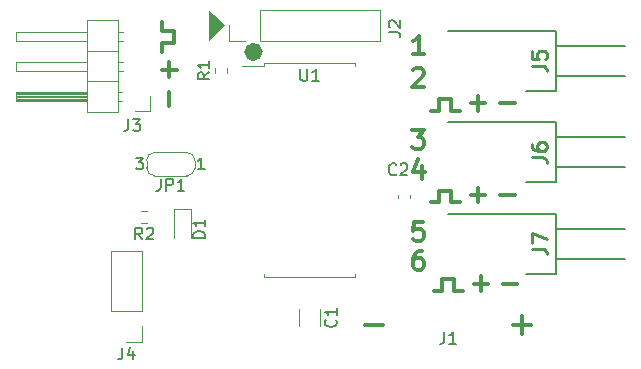
<source format=gbr>
G04 #@! TF.GenerationSoftware,KiCad,Pcbnew,(5.1.8)-1*
G04 #@! TF.CreationDate,2021-08-22T18:59:02-06:00*
G04 #@! TF.ProjectId,LED-Controller,4c45442d-436f-46e7-9472-6f6c6c65722e,rev?*
G04 #@! TF.SameCoordinates,Original*
G04 #@! TF.FileFunction,Legend,Top*
G04 #@! TF.FilePolarity,Positive*
%FSLAX46Y46*%
G04 Gerber Fmt 4.6, Leading zero omitted, Abs format (unit mm)*
G04 Created by KiCad (PCBNEW (5.1.8)-1) date 2021-08-22 18:59:02*
%MOMM*%
%LPD*%
G01*
G04 APERTURE LIST*
%ADD10C,0.300000*%
%ADD11C,0.750000*%
%ADD12C,0.100000*%
%ADD13C,0.200000*%
%ADD14C,0.120000*%
%ADD15C,0.254000*%
%ADD16C,0.150000*%
G04 APERTURE END LIST*
D10*
X146554761Y-90873809D02*
X146250000Y-90873809D01*
X146097619Y-90950000D01*
X146021428Y-91026190D01*
X145869047Y-91254761D01*
X145792857Y-91559523D01*
X145792857Y-92169047D01*
X145869047Y-92321428D01*
X145945238Y-92397619D01*
X146097619Y-92473809D01*
X146402380Y-92473809D01*
X146554761Y-92397619D01*
X146630952Y-92321428D01*
X146707142Y-92169047D01*
X146707142Y-91788095D01*
X146630952Y-91635714D01*
X146554761Y-91559523D01*
X146402380Y-91483333D01*
X146097619Y-91483333D01*
X145945238Y-91559523D01*
X145869047Y-91635714D01*
X145792857Y-91788095D01*
X146630952Y-88373809D02*
X145869047Y-88373809D01*
X145792857Y-89135714D01*
X145869047Y-89059523D01*
X146021428Y-88983333D01*
X146402380Y-88983333D01*
X146554761Y-89059523D01*
X146630952Y-89135714D01*
X146707142Y-89288095D01*
X146707142Y-89669047D01*
X146630952Y-89821428D01*
X146554761Y-89897619D01*
X146402380Y-89973809D01*
X146021428Y-89973809D01*
X145869047Y-89897619D01*
X145792857Y-89821428D01*
X146554761Y-83657142D02*
X146554761Y-84723809D01*
X146173809Y-83047619D02*
X145792857Y-84190476D01*
X146783333Y-84190476D01*
X145716666Y-80623809D02*
X146707142Y-80623809D01*
X146173809Y-81233333D01*
X146402380Y-81233333D01*
X146554761Y-81309523D01*
X146630952Y-81385714D01*
X146707142Y-81538095D01*
X146707142Y-81919047D01*
X146630952Y-82071428D01*
X146554761Y-82147619D01*
X146402380Y-82223809D01*
X145945238Y-82223809D01*
X145792857Y-82147619D01*
X145716666Y-82071428D01*
X145792857Y-75526190D02*
X145869047Y-75450000D01*
X146021428Y-75373809D01*
X146402380Y-75373809D01*
X146554761Y-75450000D01*
X146630952Y-75526190D01*
X146707142Y-75678571D01*
X146707142Y-75830952D01*
X146630952Y-76059523D01*
X145716666Y-76973809D01*
X146707142Y-76973809D01*
X146707142Y-74223809D02*
X145792857Y-74223809D01*
X146250000Y-74223809D02*
X146250000Y-72623809D01*
X146097619Y-72852380D01*
X145945238Y-73004761D01*
X145792857Y-73080952D01*
X124500000Y-72250000D02*
X125500000Y-72250000D01*
X125500000Y-72250000D02*
X125500000Y-73250000D01*
X125500000Y-73250000D02*
X124500000Y-73250000D01*
X124500000Y-73250000D02*
X124500000Y-74000000D01*
X124500000Y-71500000D02*
X124500000Y-72250000D01*
X125135714Y-77390476D02*
X125135714Y-78609523D01*
X125135714Y-74890476D02*
X125135714Y-76109523D01*
X124526190Y-75500000D02*
X125745238Y-75500000D01*
D11*
X132650000Y-74000000D02*
G75*
G03*
X132650000Y-74000000I-400000J0D01*
G01*
D10*
X148250000Y-94250000D02*
X148250000Y-93250000D01*
X148250000Y-93250000D02*
X149250000Y-93250000D01*
X149250000Y-93250000D02*
X149250000Y-94250000D01*
X149250000Y-94250000D02*
X150000000Y-94250000D01*
X147500000Y-94250000D02*
X148250000Y-94250000D01*
X153390476Y-93614285D02*
X154609523Y-93614285D01*
X150890476Y-93614285D02*
X152109523Y-93614285D01*
X151500000Y-94223809D02*
X151500000Y-93004761D01*
X148000000Y-86750000D02*
X148000000Y-85750000D01*
X148000000Y-85750000D02*
X149000000Y-85750000D01*
X149000000Y-85750000D02*
X149000000Y-86750000D01*
X149000000Y-86750000D02*
X149750000Y-86750000D01*
X147250000Y-86750000D02*
X148000000Y-86750000D01*
X153140476Y-86114285D02*
X154359523Y-86114285D01*
X150640476Y-86114285D02*
X151859523Y-86114285D01*
X151250000Y-86723809D02*
X151250000Y-85504761D01*
X149000000Y-79000000D02*
X149750000Y-79000000D01*
X149000000Y-78000000D02*
X149000000Y-79000000D01*
X148000000Y-78000000D02*
X149000000Y-78000000D01*
X148000000Y-79000000D02*
X148000000Y-78000000D01*
X147250000Y-79000000D02*
X148000000Y-79000000D01*
X153140476Y-78364285D02*
X154359523Y-78364285D01*
X150640476Y-78364285D02*
X151859523Y-78364285D01*
X151250000Y-78973809D02*
X151250000Y-77754761D01*
D12*
G36*
X129750000Y-71750000D02*
G01*
X128500000Y-73000000D01*
X128500000Y-70500000D01*
X129750000Y-71750000D01*
G37*
X129750000Y-71750000D02*
X128500000Y-73000000D01*
X128500000Y-70500000D01*
X129750000Y-71750000D01*
D10*
X141738095Y-97142857D02*
X143261904Y-97142857D01*
X154238095Y-97142857D02*
X155761904Y-97142857D01*
X155000000Y-97904761D02*
X155000000Y-96380952D01*
D13*
X148750000Y-87730000D02*
X157890000Y-87730000D01*
X157890000Y-87730000D02*
X157890000Y-92810000D01*
X157890000Y-92810000D02*
X155350000Y-92810000D01*
X157890000Y-89000000D02*
X163730000Y-89000000D01*
X157890000Y-91540000D02*
X163730000Y-91540000D01*
X148750000Y-79980000D02*
X157890000Y-79980000D01*
X157890000Y-79980000D02*
X157890000Y-85060000D01*
X157890000Y-85060000D02*
X155350000Y-85060000D01*
X157890000Y-81250000D02*
X163730000Y-81250000D01*
X157890000Y-83790000D02*
X163730000Y-83790000D01*
X148750000Y-72230000D02*
X157890000Y-72230000D01*
X157890000Y-72230000D02*
X157890000Y-77310000D01*
X157890000Y-77310000D02*
X155350000Y-77310000D01*
X157890000Y-73500000D02*
X163730000Y-73500000D01*
X157890000Y-76040000D02*
X163730000Y-76040000D01*
D14*
X126650000Y-84500000D02*
X123850000Y-84500000D01*
X123200000Y-83800000D02*
X123200000Y-83200000D01*
X123850000Y-82500000D02*
X126650000Y-82500000D01*
X127300000Y-83200000D02*
X127300000Y-83800000D01*
X127300000Y-83800000D02*
G75*
G02*
X126600000Y-84500000I-700000J0D01*
G01*
X126600000Y-82500000D02*
G75*
G02*
X127300000Y-83200000I0J-700000D01*
G01*
X123200000Y-83200000D02*
G75*
G02*
X123900000Y-82500000I700000J0D01*
G01*
X123900000Y-84500000D02*
G75*
G02*
X123200000Y-83800000I0J700000D01*
G01*
X133140000Y-75185000D02*
X131325000Y-75185000D01*
X133140000Y-74940000D02*
X133140000Y-75185000D01*
X137000000Y-74940000D02*
X133140000Y-74940000D01*
X140860000Y-74940000D02*
X140860000Y-75185000D01*
X137000000Y-74940000D02*
X140860000Y-74940000D01*
X133140000Y-93060000D02*
X133140000Y-92815000D01*
X137000000Y-93060000D02*
X133140000Y-93060000D01*
X140860000Y-93060000D02*
X140860000Y-92815000D01*
X137000000Y-93060000D02*
X140860000Y-93060000D01*
X130022500Y-75812258D02*
X130022500Y-75337742D01*
X128977500Y-75812258D02*
X128977500Y-75337742D01*
X123237258Y-87477500D02*
X122762742Y-87477500D01*
X123237258Y-88522500D02*
X122762742Y-88522500D01*
X122830000Y-98580000D02*
X121500000Y-98580000D01*
X122830000Y-97250000D02*
X122830000Y-98580000D01*
X122830000Y-95980000D02*
X120170000Y-95980000D01*
X120170000Y-95980000D02*
X120170000Y-90840000D01*
X122830000Y-95980000D02*
X122830000Y-90840000D01*
X122830000Y-90840000D02*
X120170000Y-90840000D01*
X123520000Y-79020000D02*
X122250000Y-79020000D01*
X123520000Y-77750000D02*
X123520000Y-79020000D01*
X121207071Y-72290000D02*
X120810000Y-72290000D01*
X121207071Y-73050000D02*
X120810000Y-73050000D01*
X112150000Y-72290000D02*
X118150000Y-72290000D01*
X112150000Y-73050000D02*
X112150000Y-72290000D01*
X118150000Y-73050000D02*
X112150000Y-73050000D01*
X120810000Y-73940000D02*
X118150000Y-73940000D01*
X121207071Y-74830000D02*
X120810000Y-74830000D01*
X121207071Y-75590000D02*
X120810000Y-75590000D01*
X112150000Y-74830000D02*
X118150000Y-74830000D01*
X112150000Y-75590000D02*
X112150000Y-74830000D01*
X118150000Y-75590000D02*
X112150000Y-75590000D01*
X120810000Y-76480000D02*
X118150000Y-76480000D01*
X121140000Y-77370000D02*
X120810000Y-77370000D01*
X121140000Y-78130000D02*
X120810000Y-78130000D01*
X118150000Y-77470000D02*
X112150000Y-77470000D01*
X118150000Y-77590000D02*
X112150000Y-77590000D01*
X118150000Y-77710000D02*
X112150000Y-77710000D01*
X118150000Y-77830000D02*
X112150000Y-77830000D01*
X118150000Y-77950000D02*
X112150000Y-77950000D01*
X118150000Y-78070000D02*
X112150000Y-78070000D01*
X112150000Y-77370000D02*
X118150000Y-77370000D01*
X112150000Y-78130000D02*
X112150000Y-77370000D01*
X118150000Y-78130000D02*
X112150000Y-78130000D01*
X118150000Y-79080000D02*
X120810000Y-79080000D01*
X118150000Y-71340000D02*
X118150000Y-79080000D01*
X120810000Y-71340000D02*
X118150000Y-71340000D01*
X120810000Y-79080000D02*
X120810000Y-71340000D01*
X130170000Y-73080000D02*
X130170000Y-71750000D01*
X131500000Y-73080000D02*
X130170000Y-73080000D01*
X132770000Y-73080000D02*
X132770000Y-70420000D01*
X132770000Y-70420000D02*
X142990000Y-70420000D01*
X132770000Y-73080000D02*
X142990000Y-73080000D01*
X142990000Y-73080000D02*
X142990000Y-70420000D01*
X125515000Y-87340000D02*
X125515000Y-89800000D01*
X126985000Y-87340000D02*
X125515000Y-87340000D01*
X126985000Y-89800000D02*
X126985000Y-87340000D01*
X145510000Y-86396267D02*
X145510000Y-86103733D01*
X144490000Y-86396267D02*
X144490000Y-86103733D01*
X136090000Y-95788748D02*
X136090000Y-97211252D01*
X137910000Y-95788748D02*
X137910000Y-97211252D01*
D15*
X155804523Y-90673333D02*
X156711666Y-90673333D01*
X156893095Y-90733809D01*
X157014047Y-90854761D01*
X157074523Y-91036190D01*
X157074523Y-91157142D01*
X155804523Y-90189523D02*
X155804523Y-89342857D01*
X157074523Y-89887142D01*
X155804523Y-82923333D02*
X156711666Y-82923333D01*
X156893095Y-82983809D01*
X157014047Y-83104761D01*
X157074523Y-83286190D01*
X157074523Y-83407142D01*
X155804523Y-81774285D02*
X155804523Y-82016190D01*
X155865000Y-82137142D01*
X155925476Y-82197619D01*
X156106904Y-82318571D01*
X156348809Y-82379047D01*
X156832619Y-82379047D01*
X156953571Y-82318571D01*
X157014047Y-82258095D01*
X157074523Y-82137142D01*
X157074523Y-81895238D01*
X157014047Y-81774285D01*
X156953571Y-81713809D01*
X156832619Y-81653333D01*
X156530238Y-81653333D01*
X156409285Y-81713809D01*
X156348809Y-81774285D01*
X156288333Y-81895238D01*
X156288333Y-82137142D01*
X156348809Y-82258095D01*
X156409285Y-82318571D01*
X156530238Y-82379047D01*
X155804523Y-75173333D02*
X156711666Y-75173333D01*
X156893095Y-75233809D01*
X157014047Y-75354761D01*
X157074523Y-75536190D01*
X157074523Y-75657142D01*
X155804523Y-73963809D02*
X155804523Y-74568571D01*
X156409285Y-74629047D01*
X156348809Y-74568571D01*
X156288333Y-74447619D01*
X156288333Y-74145238D01*
X156348809Y-74024285D01*
X156409285Y-73963809D01*
X156530238Y-73903333D01*
X156832619Y-73903333D01*
X156953571Y-73963809D01*
X157014047Y-74024285D01*
X157074523Y-74145238D01*
X157074523Y-74447619D01*
X157014047Y-74568571D01*
X156953571Y-74629047D01*
D16*
X148416666Y-97702380D02*
X148416666Y-98416666D01*
X148369047Y-98559523D01*
X148273809Y-98654761D01*
X148130952Y-98702380D01*
X148035714Y-98702380D01*
X149416666Y-98702380D02*
X148845238Y-98702380D01*
X149130952Y-98702380D02*
X149130952Y-97702380D01*
X149035714Y-97845238D01*
X148940476Y-97940476D01*
X148845238Y-97988095D01*
X124416666Y-84752380D02*
X124416666Y-85466666D01*
X124369047Y-85609523D01*
X124273809Y-85704761D01*
X124130952Y-85752380D01*
X124035714Y-85752380D01*
X124892857Y-85752380D02*
X124892857Y-84752380D01*
X125273809Y-84752380D01*
X125369047Y-84800000D01*
X125416666Y-84847619D01*
X125464285Y-84942857D01*
X125464285Y-85085714D01*
X125416666Y-85180952D01*
X125369047Y-85228571D01*
X125273809Y-85276190D01*
X124892857Y-85276190D01*
X126416666Y-85752380D02*
X125845238Y-85752380D01*
X126130952Y-85752380D02*
X126130952Y-84752380D01*
X126035714Y-84895238D01*
X125940476Y-84990476D01*
X125845238Y-85038095D01*
X128135714Y-83952380D02*
X127564285Y-83952380D01*
X127850000Y-83952380D02*
X127850000Y-82952380D01*
X127754761Y-83095238D01*
X127659523Y-83190476D01*
X127564285Y-83238095D01*
X122316666Y-82952380D02*
X122935714Y-82952380D01*
X122602380Y-83333333D01*
X122745238Y-83333333D01*
X122840476Y-83380952D01*
X122888095Y-83428571D01*
X122935714Y-83523809D01*
X122935714Y-83761904D01*
X122888095Y-83857142D01*
X122840476Y-83904761D01*
X122745238Y-83952380D01*
X122459523Y-83952380D01*
X122364285Y-83904761D01*
X122316666Y-83857142D01*
X136238095Y-75452380D02*
X136238095Y-76261904D01*
X136285714Y-76357142D01*
X136333333Y-76404761D01*
X136428571Y-76452380D01*
X136619047Y-76452380D01*
X136714285Y-76404761D01*
X136761904Y-76357142D01*
X136809523Y-76261904D01*
X136809523Y-75452380D01*
X137809523Y-76452380D02*
X137238095Y-76452380D01*
X137523809Y-76452380D02*
X137523809Y-75452380D01*
X137428571Y-75595238D01*
X137333333Y-75690476D01*
X137238095Y-75738095D01*
X128522380Y-75741666D02*
X128046190Y-76075000D01*
X128522380Y-76313095D02*
X127522380Y-76313095D01*
X127522380Y-75932142D01*
X127570000Y-75836904D01*
X127617619Y-75789285D01*
X127712857Y-75741666D01*
X127855714Y-75741666D01*
X127950952Y-75789285D01*
X127998571Y-75836904D01*
X128046190Y-75932142D01*
X128046190Y-76313095D01*
X128522380Y-74789285D02*
X128522380Y-75360714D01*
X128522380Y-75075000D02*
X127522380Y-75075000D01*
X127665238Y-75170238D01*
X127760476Y-75265476D01*
X127808095Y-75360714D01*
X122833333Y-89882380D02*
X122500000Y-89406190D01*
X122261904Y-89882380D02*
X122261904Y-88882380D01*
X122642857Y-88882380D01*
X122738095Y-88930000D01*
X122785714Y-88977619D01*
X122833333Y-89072857D01*
X122833333Y-89215714D01*
X122785714Y-89310952D01*
X122738095Y-89358571D01*
X122642857Y-89406190D01*
X122261904Y-89406190D01*
X123214285Y-88977619D02*
X123261904Y-88930000D01*
X123357142Y-88882380D01*
X123595238Y-88882380D01*
X123690476Y-88930000D01*
X123738095Y-88977619D01*
X123785714Y-89072857D01*
X123785714Y-89168095D01*
X123738095Y-89310952D01*
X123166666Y-89882380D01*
X123785714Y-89882380D01*
X121166666Y-99032380D02*
X121166666Y-99746666D01*
X121119047Y-99889523D01*
X121023809Y-99984761D01*
X120880952Y-100032380D01*
X120785714Y-100032380D01*
X122071428Y-99365714D02*
X122071428Y-100032380D01*
X121833333Y-98984761D02*
X121595238Y-99699047D01*
X122214285Y-99699047D01*
X121666666Y-79702380D02*
X121666666Y-80416666D01*
X121619047Y-80559523D01*
X121523809Y-80654761D01*
X121380952Y-80702380D01*
X121285714Y-80702380D01*
X122047619Y-79702380D02*
X122666666Y-79702380D01*
X122333333Y-80083333D01*
X122476190Y-80083333D01*
X122571428Y-80130952D01*
X122619047Y-80178571D01*
X122666666Y-80273809D01*
X122666666Y-80511904D01*
X122619047Y-80607142D01*
X122571428Y-80654761D01*
X122476190Y-80702380D01*
X122190476Y-80702380D01*
X122095238Y-80654761D01*
X122047619Y-80607142D01*
X143702380Y-72333333D02*
X144416666Y-72333333D01*
X144559523Y-72380952D01*
X144654761Y-72476190D01*
X144702380Y-72619047D01*
X144702380Y-72714285D01*
X143797619Y-71904761D02*
X143750000Y-71857142D01*
X143702380Y-71761904D01*
X143702380Y-71523809D01*
X143750000Y-71428571D01*
X143797619Y-71380952D01*
X143892857Y-71333333D01*
X143988095Y-71333333D01*
X144130952Y-71380952D01*
X144702380Y-71952380D01*
X144702380Y-71333333D01*
X128132380Y-89738095D02*
X127132380Y-89738095D01*
X127132380Y-89500000D01*
X127180000Y-89357142D01*
X127275238Y-89261904D01*
X127370476Y-89214285D01*
X127560952Y-89166666D01*
X127703809Y-89166666D01*
X127894285Y-89214285D01*
X127989523Y-89261904D01*
X128084761Y-89357142D01*
X128132380Y-89500000D01*
X128132380Y-89738095D01*
X128132380Y-88214285D02*
X128132380Y-88785714D01*
X128132380Y-88500000D02*
X127132380Y-88500000D01*
X127275238Y-88595238D01*
X127370476Y-88690476D01*
X127418095Y-88785714D01*
X144333333Y-84357142D02*
X144285714Y-84404761D01*
X144142857Y-84452380D01*
X144047619Y-84452380D01*
X143904761Y-84404761D01*
X143809523Y-84309523D01*
X143761904Y-84214285D01*
X143714285Y-84023809D01*
X143714285Y-83880952D01*
X143761904Y-83690476D01*
X143809523Y-83595238D01*
X143904761Y-83500000D01*
X144047619Y-83452380D01*
X144142857Y-83452380D01*
X144285714Y-83500000D01*
X144333333Y-83547619D01*
X144714285Y-83547619D02*
X144761904Y-83500000D01*
X144857142Y-83452380D01*
X145095238Y-83452380D01*
X145190476Y-83500000D01*
X145238095Y-83547619D01*
X145285714Y-83642857D01*
X145285714Y-83738095D01*
X145238095Y-83880952D01*
X144666666Y-84452380D01*
X145285714Y-84452380D01*
X139207142Y-96666666D02*
X139254761Y-96714285D01*
X139302380Y-96857142D01*
X139302380Y-96952380D01*
X139254761Y-97095238D01*
X139159523Y-97190476D01*
X139064285Y-97238095D01*
X138873809Y-97285714D01*
X138730952Y-97285714D01*
X138540476Y-97238095D01*
X138445238Y-97190476D01*
X138350000Y-97095238D01*
X138302380Y-96952380D01*
X138302380Y-96857142D01*
X138350000Y-96714285D01*
X138397619Y-96666666D01*
X139302380Y-95714285D02*
X139302380Y-96285714D01*
X139302380Y-96000000D02*
X138302380Y-96000000D01*
X138445238Y-96095238D01*
X138540476Y-96190476D01*
X138588095Y-96285714D01*
M02*

</source>
